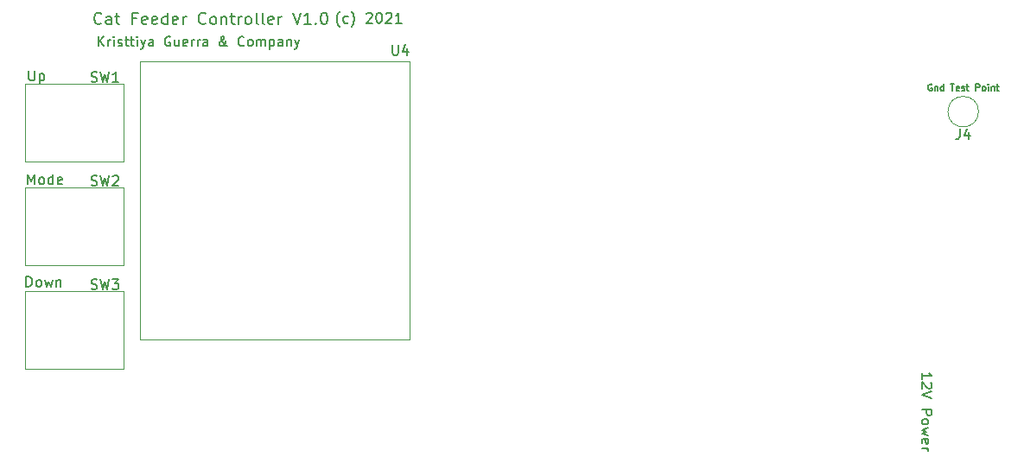
<source format=gbr>
%TF.GenerationSoftware,KiCad,Pcbnew,(5.1.10)-1*%
%TF.CreationDate,2021-10-25T17:57:50-04:00*%
%TF.ProjectId,KittyCaddy,4b697474-7943-4616-9464-792e6b696361,rev?*%
%TF.SameCoordinates,Original*%
%TF.FileFunction,Legend,Top*%
%TF.FilePolarity,Positive*%
%FSLAX46Y46*%
G04 Gerber Fmt 4.6, Leading zero omitted, Abs format (unit mm)*
G04 Created by KiCad (PCBNEW (5.1.10)-1) date 2021-10-25 17:57:50*
%MOMM*%
%LPD*%
G01*
G04 APERTURE LIST*
%ADD10C,0.150000*%
%ADD11C,0.120000*%
G04 APERTURE END LIST*
D10*
X176635833Y-91630500D02*
X176575357Y-91600261D01*
X176484642Y-91600261D01*
X176393928Y-91630500D01*
X176333452Y-91690976D01*
X176303214Y-91751452D01*
X176272976Y-91872404D01*
X176272976Y-91963119D01*
X176303214Y-92084071D01*
X176333452Y-92144547D01*
X176393928Y-92205023D01*
X176484642Y-92235261D01*
X176545119Y-92235261D01*
X176635833Y-92205023D01*
X176666071Y-92174785D01*
X176666071Y-91963119D01*
X176545119Y-91963119D01*
X176938214Y-91811928D02*
X176938214Y-92235261D01*
X176938214Y-91872404D02*
X176968452Y-91842166D01*
X177028928Y-91811928D01*
X177119642Y-91811928D01*
X177180119Y-91842166D01*
X177210357Y-91902642D01*
X177210357Y-92235261D01*
X177784880Y-92235261D02*
X177784880Y-91600261D01*
X177784880Y-92205023D02*
X177724404Y-92235261D01*
X177603452Y-92235261D01*
X177542976Y-92205023D01*
X177512738Y-92174785D01*
X177482500Y-92114309D01*
X177482500Y-91932880D01*
X177512738Y-91872404D01*
X177542976Y-91842166D01*
X177603452Y-91811928D01*
X177724404Y-91811928D01*
X177784880Y-91842166D01*
X178480357Y-91600261D02*
X178843214Y-91600261D01*
X178661785Y-92235261D02*
X178661785Y-91600261D01*
X179296785Y-92205023D02*
X179236309Y-92235261D01*
X179115357Y-92235261D01*
X179054880Y-92205023D01*
X179024642Y-92144547D01*
X179024642Y-91902642D01*
X179054880Y-91842166D01*
X179115357Y-91811928D01*
X179236309Y-91811928D01*
X179296785Y-91842166D01*
X179327023Y-91902642D01*
X179327023Y-91963119D01*
X179024642Y-92023595D01*
X179568928Y-92205023D02*
X179629404Y-92235261D01*
X179750357Y-92235261D01*
X179810833Y-92205023D01*
X179841071Y-92144547D01*
X179841071Y-92114309D01*
X179810833Y-92053833D01*
X179750357Y-92023595D01*
X179659642Y-92023595D01*
X179599166Y-91993357D01*
X179568928Y-91932880D01*
X179568928Y-91902642D01*
X179599166Y-91842166D01*
X179659642Y-91811928D01*
X179750357Y-91811928D01*
X179810833Y-91842166D01*
X180022500Y-91811928D02*
X180264404Y-91811928D01*
X180113214Y-91600261D02*
X180113214Y-92144547D01*
X180143452Y-92205023D01*
X180203928Y-92235261D01*
X180264404Y-92235261D01*
X180959880Y-92235261D02*
X180959880Y-91600261D01*
X181201785Y-91600261D01*
X181262261Y-91630500D01*
X181292500Y-91660738D01*
X181322738Y-91721214D01*
X181322738Y-91811928D01*
X181292500Y-91872404D01*
X181262261Y-91902642D01*
X181201785Y-91932880D01*
X180959880Y-91932880D01*
X181685595Y-92235261D02*
X181625119Y-92205023D01*
X181594880Y-92174785D01*
X181564642Y-92114309D01*
X181564642Y-91932880D01*
X181594880Y-91872404D01*
X181625119Y-91842166D01*
X181685595Y-91811928D01*
X181776309Y-91811928D01*
X181836785Y-91842166D01*
X181867023Y-91872404D01*
X181897261Y-91932880D01*
X181897261Y-92114309D01*
X181867023Y-92174785D01*
X181836785Y-92205023D01*
X181776309Y-92235261D01*
X181685595Y-92235261D01*
X182169404Y-92235261D02*
X182169404Y-91811928D01*
X182169404Y-91600261D02*
X182139166Y-91630500D01*
X182169404Y-91660738D01*
X182199642Y-91630500D01*
X182169404Y-91600261D01*
X182169404Y-91660738D01*
X182471785Y-91811928D02*
X182471785Y-92235261D01*
X182471785Y-91872404D02*
X182502023Y-91842166D01*
X182562500Y-91811928D01*
X182653214Y-91811928D01*
X182713690Y-91842166D01*
X182743928Y-91902642D01*
X182743928Y-92235261D01*
X182955595Y-91811928D02*
X183197500Y-91811928D01*
X183046309Y-91600261D02*
X183046309Y-92144547D01*
X183076547Y-92205023D01*
X183137023Y-92235261D01*
X183197500Y-92235261D01*
X94974228Y-87864647D02*
X94974228Y-86924847D01*
X95511257Y-87864647D02*
X95108485Y-87327619D01*
X95511257Y-86924847D02*
X94974228Y-87461876D01*
X95914028Y-87864647D02*
X95914028Y-87238114D01*
X95914028Y-87417123D02*
X95958780Y-87327619D01*
X96003533Y-87282866D01*
X96093038Y-87238114D01*
X96182542Y-87238114D01*
X96495809Y-87864647D02*
X96495809Y-87238114D01*
X96495809Y-86924847D02*
X96451057Y-86969600D01*
X96495809Y-87014352D01*
X96540561Y-86969600D01*
X96495809Y-86924847D01*
X96495809Y-87014352D01*
X96898580Y-87819895D02*
X96988085Y-87864647D01*
X97167095Y-87864647D01*
X97256600Y-87819895D01*
X97301352Y-87730390D01*
X97301352Y-87685638D01*
X97256600Y-87596133D01*
X97167095Y-87551380D01*
X97032838Y-87551380D01*
X96943333Y-87506628D01*
X96898580Y-87417123D01*
X96898580Y-87372371D01*
X96943333Y-87282866D01*
X97032838Y-87238114D01*
X97167095Y-87238114D01*
X97256600Y-87282866D01*
X97569866Y-87238114D02*
X97927885Y-87238114D01*
X97704123Y-86924847D02*
X97704123Y-87730390D01*
X97748876Y-87819895D01*
X97838380Y-87864647D01*
X97927885Y-87864647D01*
X98106895Y-87238114D02*
X98464914Y-87238114D01*
X98241152Y-86924847D02*
X98241152Y-87730390D01*
X98285904Y-87819895D01*
X98375409Y-87864647D01*
X98464914Y-87864647D01*
X98778180Y-87864647D02*
X98778180Y-87238114D01*
X98778180Y-86924847D02*
X98733428Y-86969600D01*
X98778180Y-87014352D01*
X98822933Y-86969600D01*
X98778180Y-86924847D01*
X98778180Y-87014352D01*
X99136200Y-87238114D02*
X99359961Y-87864647D01*
X99583723Y-87238114D02*
X99359961Y-87864647D01*
X99270457Y-88088409D01*
X99225704Y-88133161D01*
X99136200Y-88177914D01*
X100344514Y-87864647D02*
X100344514Y-87372371D01*
X100299761Y-87282866D01*
X100210257Y-87238114D01*
X100031247Y-87238114D01*
X99941742Y-87282866D01*
X100344514Y-87819895D02*
X100255009Y-87864647D01*
X100031247Y-87864647D01*
X99941742Y-87819895D01*
X99896990Y-87730390D01*
X99896990Y-87640885D01*
X99941742Y-87551380D01*
X100031247Y-87506628D01*
X100255009Y-87506628D01*
X100344514Y-87461876D01*
X102000352Y-86969600D02*
X101910847Y-86924847D01*
X101776590Y-86924847D01*
X101642333Y-86969600D01*
X101552828Y-87059104D01*
X101508076Y-87148609D01*
X101463323Y-87327619D01*
X101463323Y-87461876D01*
X101508076Y-87640885D01*
X101552828Y-87730390D01*
X101642333Y-87819895D01*
X101776590Y-87864647D01*
X101866095Y-87864647D01*
X102000352Y-87819895D01*
X102045104Y-87775142D01*
X102045104Y-87461876D01*
X101866095Y-87461876D01*
X102850647Y-87238114D02*
X102850647Y-87864647D01*
X102447876Y-87238114D02*
X102447876Y-87730390D01*
X102492628Y-87819895D01*
X102582133Y-87864647D01*
X102716390Y-87864647D01*
X102805895Y-87819895D01*
X102850647Y-87775142D01*
X103656190Y-87819895D02*
X103566685Y-87864647D01*
X103387676Y-87864647D01*
X103298171Y-87819895D01*
X103253419Y-87730390D01*
X103253419Y-87372371D01*
X103298171Y-87282866D01*
X103387676Y-87238114D01*
X103566685Y-87238114D01*
X103656190Y-87282866D01*
X103700942Y-87372371D01*
X103700942Y-87461876D01*
X103253419Y-87551380D01*
X104103714Y-87864647D02*
X104103714Y-87238114D01*
X104103714Y-87417123D02*
X104148466Y-87327619D01*
X104193219Y-87282866D01*
X104282723Y-87238114D01*
X104372228Y-87238114D01*
X104685495Y-87864647D02*
X104685495Y-87238114D01*
X104685495Y-87417123D02*
X104730247Y-87327619D01*
X104775000Y-87282866D01*
X104864504Y-87238114D01*
X104954009Y-87238114D01*
X105670047Y-87864647D02*
X105670047Y-87372371D01*
X105625295Y-87282866D01*
X105535790Y-87238114D01*
X105356780Y-87238114D01*
X105267276Y-87282866D01*
X105670047Y-87819895D02*
X105580542Y-87864647D01*
X105356780Y-87864647D01*
X105267276Y-87819895D01*
X105222523Y-87730390D01*
X105222523Y-87640885D01*
X105267276Y-87551380D01*
X105356780Y-87506628D01*
X105580542Y-87506628D01*
X105670047Y-87461876D01*
X107594400Y-87864647D02*
X107549647Y-87864647D01*
X107460142Y-87819895D01*
X107325885Y-87685638D01*
X107102123Y-87417123D01*
X107012619Y-87282866D01*
X106967866Y-87148609D01*
X106967866Y-87059104D01*
X107012619Y-86969600D01*
X107102123Y-86924847D01*
X107146876Y-86924847D01*
X107236380Y-86969600D01*
X107281133Y-87059104D01*
X107281133Y-87103857D01*
X107236380Y-87193361D01*
X107191628Y-87238114D01*
X106923114Y-87417123D01*
X106878361Y-87461876D01*
X106833609Y-87551380D01*
X106833609Y-87685638D01*
X106878361Y-87775142D01*
X106923114Y-87819895D01*
X107012619Y-87864647D01*
X107146876Y-87864647D01*
X107236380Y-87819895D01*
X107281133Y-87775142D01*
X107415390Y-87596133D01*
X107460142Y-87461876D01*
X107460142Y-87372371D01*
X109250238Y-87775142D02*
X109205485Y-87819895D01*
X109071228Y-87864647D01*
X108981723Y-87864647D01*
X108847466Y-87819895D01*
X108757961Y-87730390D01*
X108713209Y-87640885D01*
X108668457Y-87461876D01*
X108668457Y-87327619D01*
X108713209Y-87148609D01*
X108757961Y-87059104D01*
X108847466Y-86969600D01*
X108981723Y-86924847D01*
X109071228Y-86924847D01*
X109205485Y-86969600D01*
X109250238Y-87014352D01*
X109787266Y-87864647D02*
X109697761Y-87819895D01*
X109653009Y-87775142D01*
X109608257Y-87685638D01*
X109608257Y-87417123D01*
X109653009Y-87327619D01*
X109697761Y-87282866D01*
X109787266Y-87238114D01*
X109921523Y-87238114D01*
X110011028Y-87282866D01*
X110055780Y-87327619D01*
X110100533Y-87417123D01*
X110100533Y-87685638D01*
X110055780Y-87775142D01*
X110011028Y-87819895D01*
X109921523Y-87864647D01*
X109787266Y-87864647D01*
X110503304Y-87864647D02*
X110503304Y-87238114D01*
X110503304Y-87327619D02*
X110548057Y-87282866D01*
X110637561Y-87238114D01*
X110771819Y-87238114D01*
X110861323Y-87282866D01*
X110906076Y-87372371D01*
X110906076Y-87864647D01*
X110906076Y-87372371D02*
X110950828Y-87282866D01*
X111040333Y-87238114D01*
X111174590Y-87238114D01*
X111264095Y-87282866D01*
X111308847Y-87372371D01*
X111308847Y-87864647D01*
X111756371Y-87238114D02*
X111756371Y-88177914D01*
X111756371Y-87282866D02*
X111845876Y-87238114D01*
X112024885Y-87238114D01*
X112114390Y-87282866D01*
X112159142Y-87327619D01*
X112203895Y-87417123D01*
X112203895Y-87685638D01*
X112159142Y-87775142D01*
X112114390Y-87819895D01*
X112024885Y-87864647D01*
X111845876Y-87864647D01*
X111756371Y-87819895D01*
X113009438Y-87864647D02*
X113009438Y-87372371D01*
X112964685Y-87282866D01*
X112875180Y-87238114D01*
X112696171Y-87238114D01*
X112606666Y-87282866D01*
X113009438Y-87819895D02*
X112919933Y-87864647D01*
X112696171Y-87864647D01*
X112606666Y-87819895D01*
X112561914Y-87730390D01*
X112561914Y-87640885D01*
X112606666Y-87551380D01*
X112696171Y-87506628D01*
X112919933Y-87506628D01*
X113009438Y-87461876D01*
X113456961Y-87238114D02*
X113456961Y-87864647D01*
X113456961Y-87327619D02*
X113501714Y-87282866D01*
X113591219Y-87238114D01*
X113725476Y-87238114D01*
X113814980Y-87282866D01*
X113859733Y-87372371D01*
X113859733Y-87864647D01*
X114217752Y-87238114D02*
X114441514Y-87864647D01*
X114665276Y-87238114D02*
X114441514Y-87864647D01*
X114352009Y-88088409D01*
X114307257Y-88133161D01*
X114217752Y-88177914D01*
X118618357Y-85986833D02*
X118570738Y-85939214D01*
X118475500Y-85796357D01*
X118427880Y-85701119D01*
X118380261Y-85558261D01*
X118332642Y-85320166D01*
X118332642Y-85129690D01*
X118380261Y-84891595D01*
X118427880Y-84748738D01*
X118475500Y-84653500D01*
X118570738Y-84510642D01*
X118618357Y-84463023D01*
X119427880Y-85558261D02*
X119332642Y-85605880D01*
X119142166Y-85605880D01*
X119046928Y-85558261D01*
X118999309Y-85510642D01*
X118951690Y-85415404D01*
X118951690Y-85129690D01*
X118999309Y-85034452D01*
X119046928Y-84986833D01*
X119142166Y-84939214D01*
X119332642Y-84939214D01*
X119427880Y-84986833D01*
X119761214Y-85986833D02*
X119808833Y-85939214D01*
X119904071Y-85796357D01*
X119951690Y-85701119D01*
X119999309Y-85558261D01*
X120046928Y-85320166D01*
X120046928Y-85129690D01*
X119999309Y-84891595D01*
X119951690Y-84748738D01*
X119904071Y-84653500D01*
X119808833Y-84510642D01*
X119761214Y-84463023D01*
X121237404Y-84701119D02*
X121285023Y-84653500D01*
X121380261Y-84605880D01*
X121618357Y-84605880D01*
X121713595Y-84653500D01*
X121761214Y-84701119D01*
X121808833Y-84796357D01*
X121808833Y-84891595D01*
X121761214Y-85034452D01*
X121189785Y-85605880D01*
X121808833Y-85605880D01*
X122427880Y-84605880D02*
X122523119Y-84605880D01*
X122618357Y-84653500D01*
X122665976Y-84701119D01*
X122713595Y-84796357D01*
X122761214Y-84986833D01*
X122761214Y-85224928D01*
X122713595Y-85415404D01*
X122665976Y-85510642D01*
X122618357Y-85558261D01*
X122523119Y-85605880D01*
X122427880Y-85605880D01*
X122332642Y-85558261D01*
X122285023Y-85510642D01*
X122237404Y-85415404D01*
X122189785Y-85224928D01*
X122189785Y-84986833D01*
X122237404Y-84796357D01*
X122285023Y-84701119D01*
X122332642Y-84653500D01*
X122427880Y-84605880D01*
X123142166Y-84701119D02*
X123189785Y-84653500D01*
X123285023Y-84605880D01*
X123523119Y-84605880D01*
X123618357Y-84653500D01*
X123665976Y-84701119D01*
X123713595Y-84796357D01*
X123713595Y-84891595D01*
X123665976Y-85034452D01*
X123094547Y-85605880D01*
X123713595Y-85605880D01*
X124665976Y-85605880D02*
X124094547Y-85605880D01*
X124380261Y-85605880D02*
X124380261Y-84605880D01*
X124285023Y-84748738D01*
X124189785Y-84843976D01*
X124094547Y-84891595D01*
X95259071Y-85625214D02*
X95204642Y-85679642D01*
X95041357Y-85734071D01*
X94932500Y-85734071D01*
X94769214Y-85679642D01*
X94660357Y-85570785D01*
X94605928Y-85461928D01*
X94551500Y-85244214D01*
X94551500Y-85080928D01*
X94605928Y-84863214D01*
X94660357Y-84754357D01*
X94769214Y-84645500D01*
X94932500Y-84591071D01*
X95041357Y-84591071D01*
X95204642Y-84645500D01*
X95259071Y-84699928D01*
X96238785Y-85734071D02*
X96238785Y-85135357D01*
X96184357Y-85026500D01*
X96075500Y-84972071D01*
X95857785Y-84972071D01*
X95748928Y-85026500D01*
X96238785Y-85679642D02*
X96129928Y-85734071D01*
X95857785Y-85734071D01*
X95748928Y-85679642D01*
X95694500Y-85570785D01*
X95694500Y-85461928D01*
X95748928Y-85353071D01*
X95857785Y-85298642D01*
X96129928Y-85298642D01*
X96238785Y-85244214D01*
X96619785Y-84972071D02*
X97055214Y-84972071D01*
X96783071Y-84591071D02*
X96783071Y-85570785D01*
X96837500Y-85679642D01*
X96946357Y-85734071D01*
X97055214Y-85734071D01*
X98688071Y-85135357D02*
X98307071Y-85135357D01*
X98307071Y-85734071D02*
X98307071Y-84591071D01*
X98851357Y-84591071D01*
X99722214Y-85679642D02*
X99613357Y-85734071D01*
X99395642Y-85734071D01*
X99286785Y-85679642D01*
X99232357Y-85570785D01*
X99232357Y-85135357D01*
X99286785Y-85026500D01*
X99395642Y-84972071D01*
X99613357Y-84972071D01*
X99722214Y-85026500D01*
X99776642Y-85135357D01*
X99776642Y-85244214D01*
X99232357Y-85353071D01*
X100701928Y-85679642D02*
X100593071Y-85734071D01*
X100375357Y-85734071D01*
X100266500Y-85679642D01*
X100212071Y-85570785D01*
X100212071Y-85135357D01*
X100266500Y-85026500D01*
X100375357Y-84972071D01*
X100593071Y-84972071D01*
X100701928Y-85026500D01*
X100756357Y-85135357D01*
X100756357Y-85244214D01*
X100212071Y-85353071D01*
X101736071Y-85734071D02*
X101736071Y-84591071D01*
X101736071Y-85679642D02*
X101627214Y-85734071D01*
X101409500Y-85734071D01*
X101300642Y-85679642D01*
X101246214Y-85625214D01*
X101191785Y-85516357D01*
X101191785Y-85189785D01*
X101246214Y-85080928D01*
X101300642Y-85026500D01*
X101409500Y-84972071D01*
X101627214Y-84972071D01*
X101736071Y-85026500D01*
X102715785Y-85679642D02*
X102606928Y-85734071D01*
X102389214Y-85734071D01*
X102280357Y-85679642D01*
X102225928Y-85570785D01*
X102225928Y-85135357D01*
X102280357Y-85026500D01*
X102389214Y-84972071D01*
X102606928Y-84972071D01*
X102715785Y-85026500D01*
X102770214Y-85135357D01*
X102770214Y-85244214D01*
X102225928Y-85353071D01*
X103260071Y-85734071D02*
X103260071Y-84972071D01*
X103260071Y-85189785D02*
X103314500Y-85080928D01*
X103368928Y-85026500D01*
X103477785Y-84972071D01*
X103586642Y-84972071D01*
X105491642Y-85625214D02*
X105437214Y-85679642D01*
X105273928Y-85734071D01*
X105165071Y-85734071D01*
X105001785Y-85679642D01*
X104892928Y-85570785D01*
X104838500Y-85461928D01*
X104784071Y-85244214D01*
X104784071Y-85080928D01*
X104838500Y-84863214D01*
X104892928Y-84754357D01*
X105001785Y-84645500D01*
X105165071Y-84591071D01*
X105273928Y-84591071D01*
X105437214Y-84645500D01*
X105491642Y-84699928D01*
X106144785Y-85734071D02*
X106035928Y-85679642D01*
X105981500Y-85625214D01*
X105927071Y-85516357D01*
X105927071Y-85189785D01*
X105981500Y-85080928D01*
X106035928Y-85026500D01*
X106144785Y-84972071D01*
X106308071Y-84972071D01*
X106416928Y-85026500D01*
X106471357Y-85080928D01*
X106525785Y-85189785D01*
X106525785Y-85516357D01*
X106471357Y-85625214D01*
X106416928Y-85679642D01*
X106308071Y-85734071D01*
X106144785Y-85734071D01*
X107015642Y-84972071D02*
X107015642Y-85734071D01*
X107015642Y-85080928D02*
X107070071Y-85026500D01*
X107178928Y-84972071D01*
X107342214Y-84972071D01*
X107451071Y-85026500D01*
X107505500Y-85135357D01*
X107505500Y-85734071D01*
X107886500Y-84972071D02*
X108321928Y-84972071D01*
X108049785Y-84591071D02*
X108049785Y-85570785D01*
X108104214Y-85679642D01*
X108213071Y-85734071D01*
X108321928Y-85734071D01*
X108702928Y-85734071D02*
X108702928Y-84972071D01*
X108702928Y-85189785D02*
X108757357Y-85080928D01*
X108811785Y-85026500D01*
X108920642Y-84972071D01*
X109029500Y-84972071D01*
X109573785Y-85734071D02*
X109464928Y-85679642D01*
X109410500Y-85625214D01*
X109356071Y-85516357D01*
X109356071Y-85189785D01*
X109410500Y-85080928D01*
X109464928Y-85026500D01*
X109573785Y-84972071D01*
X109737071Y-84972071D01*
X109845928Y-85026500D01*
X109900357Y-85080928D01*
X109954785Y-85189785D01*
X109954785Y-85516357D01*
X109900357Y-85625214D01*
X109845928Y-85679642D01*
X109737071Y-85734071D01*
X109573785Y-85734071D01*
X110607928Y-85734071D02*
X110499071Y-85679642D01*
X110444642Y-85570785D01*
X110444642Y-84591071D01*
X111206642Y-85734071D02*
X111097785Y-85679642D01*
X111043357Y-85570785D01*
X111043357Y-84591071D01*
X112077500Y-85679642D02*
X111968642Y-85734071D01*
X111750928Y-85734071D01*
X111642071Y-85679642D01*
X111587642Y-85570785D01*
X111587642Y-85135357D01*
X111642071Y-85026500D01*
X111750928Y-84972071D01*
X111968642Y-84972071D01*
X112077500Y-85026500D01*
X112131928Y-85135357D01*
X112131928Y-85244214D01*
X111587642Y-85353071D01*
X112621785Y-85734071D02*
X112621785Y-84972071D01*
X112621785Y-85189785D02*
X112676214Y-85080928D01*
X112730642Y-85026500D01*
X112839500Y-84972071D01*
X112948357Y-84972071D01*
X114036928Y-84591071D02*
X114417928Y-85734071D01*
X114798928Y-84591071D01*
X115778642Y-85734071D02*
X115125500Y-85734071D01*
X115452071Y-85734071D02*
X115452071Y-84591071D01*
X115343214Y-84754357D01*
X115234357Y-84863214D01*
X115125500Y-84917642D01*
X116268500Y-85625214D02*
X116322928Y-85679642D01*
X116268500Y-85734071D01*
X116214071Y-85679642D01*
X116268500Y-85625214D01*
X116268500Y-85734071D01*
X117030500Y-84591071D02*
X117139357Y-84591071D01*
X117248214Y-84645500D01*
X117302642Y-84699928D01*
X117357071Y-84808785D01*
X117411500Y-85026500D01*
X117411500Y-85298642D01*
X117357071Y-85516357D01*
X117302642Y-85625214D01*
X117248214Y-85679642D01*
X117139357Y-85734071D01*
X117030500Y-85734071D01*
X116921642Y-85679642D01*
X116867214Y-85625214D01*
X116812785Y-85516357D01*
X116758357Y-85298642D01*
X116758357Y-85026500D01*
X116812785Y-84808785D01*
X116867214Y-84699928D01*
X116921642Y-84645500D01*
X117030500Y-84591071D01*
X87908023Y-111450380D02*
X87908023Y-110450380D01*
X88146119Y-110450380D01*
X88288976Y-110498000D01*
X88384214Y-110593238D01*
X88431833Y-110688476D01*
X88479452Y-110878952D01*
X88479452Y-111021809D01*
X88431833Y-111212285D01*
X88384214Y-111307523D01*
X88288976Y-111402761D01*
X88146119Y-111450380D01*
X87908023Y-111450380D01*
X89050880Y-111450380D02*
X88955642Y-111402761D01*
X88908023Y-111355142D01*
X88860404Y-111259904D01*
X88860404Y-110974190D01*
X88908023Y-110878952D01*
X88955642Y-110831333D01*
X89050880Y-110783714D01*
X89193738Y-110783714D01*
X89288976Y-110831333D01*
X89336595Y-110878952D01*
X89384214Y-110974190D01*
X89384214Y-111259904D01*
X89336595Y-111355142D01*
X89288976Y-111402761D01*
X89193738Y-111450380D01*
X89050880Y-111450380D01*
X89717547Y-110783714D02*
X89908023Y-111450380D01*
X90098500Y-110974190D01*
X90288976Y-111450380D01*
X90479452Y-110783714D01*
X90860404Y-110783714D02*
X90860404Y-111450380D01*
X90860404Y-110878952D02*
X90908023Y-110831333D01*
X91003261Y-110783714D01*
X91146119Y-110783714D01*
X91241357Y-110831333D01*
X91288976Y-110926571D01*
X91288976Y-111450380D01*
X88161904Y-90257380D02*
X88161904Y-91066904D01*
X88209523Y-91162142D01*
X88257142Y-91209761D01*
X88352380Y-91257380D01*
X88542857Y-91257380D01*
X88638095Y-91209761D01*
X88685714Y-91162142D01*
X88733333Y-91066904D01*
X88733333Y-90257380D01*
X89209523Y-90590714D02*
X89209523Y-91590714D01*
X89209523Y-90638333D02*
X89304761Y-90590714D01*
X89495238Y-90590714D01*
X89590476Y-90638333D01*
X89638095Y-90685952D01*
X89685714Y-90781190D01*
X89685714Y-91066904D01*
X89638095Y-91162142D01*
X89590476Y-91209761D01*
X89495238Y-91257380D01*
X89304761Y-91257380D01*
X89209523Y-91209761D01*
X88058833Y-101417380D02*
X88058833Y-100417380D01*
X88392166Y-101131666D01*
X88725500Y-100417380D01*
X88725500Y-101417380D01*
X89344547Y-101417380D02*
X89249309Y-101369761D01*
X89201690Y-101322142D01*
X89154071Y-101226904D01*
X89154071Y-100941190D01*
X89201690Y-100845952D01*
X89249309Y-100798333D01*
X89344547Y-100750714D01*
X89487404Y-100750714D01*
X89582642Y-100798333D01*
X89630261Y-100845952D01*
X89677880Y-100941190D01*
X89677880Y-101226904D01*
X89630261Y-101322142D01*
X89582642Y-101369761D01*
X89487404Y-101417380D01*
X89344547Y-101417380D01*
X90535023Y-101417380D02*
X90535023Y-100417380D01*
X90535023Y-101369761D02*
X90439785Y-101417380D01*
X90249309Y-101417380D01*
X90154071Y-101369761D01*
X90106452Y-101322142D01*
X90058833Y-101226904D01*
X90058833Y-100941190D01*
X90106452Y-100845952D01*
X90154071Y-100798333D01*
X90249309Y-100750714D01*
X90439785Y-100750714D01*
X90535023Y-100798333D01*
X91392166Y-101369761D02*
X91296928Y-101417380D01*
X91106452Y-101417380D01*
X91011214Y-101369761D01*
X90963595Y-101274523D01*
X90963595Y-100893571D01*
X91011214Y-100798333D01*
X91106452Y-100750714D01*
X91296928Y-100750714D01*
X91392166Y-100798333D01*
X91439785Y-100893571D01*
X91439785Y-100988809D01*
X90963595Y-101084047D01*
X175633119Y-120483714D02*
X175633119Y-119912285D01*
X175633119Y-120198000D02*
X176633119Y-120198000D01*
X176490261Y-120102761D01*
X176395023Y-120007523D01*
X176347404Y-119912285D01*
X176537880Y-120864666D02*
X176585500Y-120912285D01*
X176633119Y-121007523D01*
X176633119Y-121245619D01*
X176585500Y-121340857D01*
X176537880Y-121388476D01*
X176442642Y-121436095D01*
X176347404Y-121436095D01*
X176204547Y-121388476D01*
X175633119Y-120817047D01*
X175633119Y-121436095D01*
X176633119Y-121721809D02*
X175633119Y-122055142D01*
X176633119Y-122388476D01*
X175633119Y-123483714D02*
X176633119Y-123483714D01*
X176633119Y-123864666D01*
X176585500Y-123959904D01*
X176537880Y-124007523D01*
X176442642Y-124055142D01*
X176299785Y-124055142D01*
X176204547Y-124007523D01*
X176156928Y-123959904D01*
X176109309Y-123864666D01*
X176109309Y-123483714D01*
X175633119Y-124626571D02*
X175680738Y-124531333D01*
X175728357Y-124483714D01*
X175823595Y-124436095D01*
X176109309Y-124436095D01*
X176204547Y-124483714D01*
X176252166Y-124531333D01*
X176299785Y-124626571D01*
X176299785Y-124769428D01*
X176252166Y-124864666D01*
X176204547Y-124912285D01*
X176109309Y-124959904D01*
X175823595Y-124959904D01*
X175728357Y-124912285D01*
X175680738Y-124864666D01*
X175633119Y-124769428D01*
X175633119Y-124626571D01*
X176299785Y-125293238D02*
X175633119Y-125483714D01*
X176109309Y-125674190D01*
X175633119Y-125864666D01*
X176299785Y-126055142D01*
X175680738Y-126817047D02*
X175633119Y-126721809D01*
X175633119Y-126531333D01*
X175680738Y-126436095D01*
X175775976Y-126388476D01*
X176156928Y-126388476D01*
X176252166Y-126436095D01*
X176299785Y-126531333D01*
X176299785Y-126721809D01*
X176252166Y-126817047D01*
X176156928Y-126864666D01*
X176061690Y-126864666D01*
X175966452Y-126388476D01*
X175633119Y-127293238D02*
X176299785Y-127293238D01*
X176109309Y-127293238D02*
X176204547Y-127340857D01*
X176252166Y-127388476D01*
X176299785Y-127483714D01*
X176299785Y-127578952D01*
D11*
%TO.C,U4*%
X99034600Y-116662200D02*
X125476000Y-116662200D01*
X99034600Y-89357200D02*
X99034600Y-116662200D01*
X101981000Y-89357200D02*
X99034600Y-89357200D01*
X105029000Y-89357200D02*
X101981000Y-89357200D01*
X107645200Y-89357200D02*
X105029000Y-89357200D01*
X109651800Y-89357200D02*
X107645200Y-89357200D01*
X111556800Y-89357200D02*
X109651800Y-89357200D01*
X114071400Y-89357200D02*
X111556800Y-89357200D01*
X117424200Y-89357200D02*
X114071400Y-89357200D01*
X119786400Y-89357200D02*
X117424200Y-89357200D01*
X121615200Y-89357200D02*
X119786400Y-89357200D01*
X124079000Y-89357200D02*
X121615200Y-89357200D01*
X125476000Y-89357200D02*
X125476000Y-116662200D01*
X124079000Y-89357200D02*
X125476000Y-89357200D01*
%TO.C,SW1*%
X87782400Y-99212400D02*
X87782400Y-91592400D01*
X97434400Y-99212400D02*
X87782400Y-99212400D01*
X97434400Y-91592400D02*
X97434400Y-99212400D01*
X87782400Y-91592400D02*
X97434400Y-91592400D01*
%TO.C,SW2*%
X87782400Y-109372400D02*
X87782400Y-101752400D01*
X97434400Y-109372400D02*
X87782400Y-109372400D01*
X97434400Y-101752400D02*
X97434400Y-109372400D01*
X87782400Y-101752400D02*
X97434400Y-101752400D01*
%TO.C,SW3*%
X87782400Y-119532400D02*
X87782400Y-111912400D01*
X97434400Y-119532400D02*
X87782400Y-119532400D01*
X97434400Y-111912400D02*
X97434400Y-119532400D01*
X87782400Y-111912400D02*
X97434400Y-111912400D01*
%TO.C,J4*%
X181205833Y-94297500D02*
G75*
G03*
X181205833Y-94297500I-1500833J0D01*
G01*
%TO.C,U4*%
D10*
X123774295Y-87742780D02*
X123774295Y-88552304D01*
X123821914Y-88647542D01*
X123869533Y-88695161D01*
X123964771Y-88742780D01*
X124155247Y-88742780D01*
X124250485Y-88695161D01*
X124298104Y-88647542D01*
X124345723Y-88552304D01*
X124345723Y-87742780D01*
X125250485Y-88076114D02*
X125250485Y-88742780D01*
X125012390Y-87695161D02*
X124774295Y-88409447D01*
X125393342Y-88409447D01*
%TO.C,SW1*%
X94272266Y-91336761D02*
X94415123Y-91384380D01*
X94653219Y-91384380D01*
X94748457Y-91336761D01*
X94796076Y-91289142D01*
X94843695Y-91193904D01*
X94843695Y-91098666D01*
X94796076Y-91003428D01*
X94748457Y-90955809D01*
X94653219Y-90908190D01*
X94462742Y-90860571D01*
X94367504Y-90812952D01*
X94319885Y-90765333D01*
X94272266Y-90670095D01*
X94272266Y-90574857D01*
X94319885Y-90479619D01*
X94367504Y-90432000D01*
X94462742Y-90384380D01*
X94700838Y-90384380D01*
X94843695Y-90432000D01*
X95177028Y-90384380D02*
X95415123Y-91384380D01*
X95605600Y-90670095D01*
X95796076Y-91384380D01*
X96034171Y-90384380D01*
X96938933Y-91384380D02*
X96367504Y-91384380D01*
X96653219Y-91384380D02*
X96653219Y-90384380D01*
X96557980Y-90527238D01*
X96462742Y-90622476D01*
X96367504Y-90670095D01*
%TO.C,SW2*%
X94272266Y-101496761D02*
X94415123Y-101544380D01*
X94653219Y-101544380D01*
X94748457Y-101496761D01*
X94796076Y-101449142D01*
X94843695Y-101353904D01*
X94843695Y-101258666D01*
X94796076Y-101163428D01*
X94748457Y-101115809D01*
X94653219Y-101068190D01*
X94462742Y-101020571D01*
X94367504Y-100972952D01*
X94319885Y-100925333D01*
X94272266Y-100830095D01*
X94272266Y-100734857D01*
X94319885Y-100639619D01*
X94367504Y-100592000D01*
X94462742Y-100544380D01*
X94700838Y-100544380D01*
X94843695Y-100592000D01*
X95177028Y-100544380D02*
X95415123Y-101544380D01*
X95605600Y-100830095D01*
X95796076Y-101544380D01*
X96034171Y-100544380D01*
X96367504Y-100639619D02*
X96415123Y-100592000D01*
X96510361Y-100544380D01*
X96748457Y-100544380D01*
X96843695Y-100592000D01*
X96891314Y-100639619D01*
X96938933Y-100734857D01*
X96938933Y-100830095D01*
X96891314Y-100972952D01*
X96319885Y-101544380D01*
X96938933Y-101544380D01*
%TO.C,SW3*%
X94272266Y-111656761D02*
X94415123Y-111704380D01*
X94653219Y-111704380D01*
X94748457Y-111656761D01*
X94796076Y-111609142D01*
X94843695Y-111513904D01*
X94843695Y-111418666D01*
X94796076Y-111323428D01*
X94748457Y-111275809D01*
X94653219Y-111228190D01*
X94462742Y-111180571D01*
X94367504Y-111132952D01*
X94319885Y-111085333D01*
X94272266Y-110990095D01*
X94272266Y-110894857D01*
X94319885Y-110799619D01*
X94367504Y-110752000D01*
X94462742Y-110704380D01*
X94700838Y-110704380D01*
X94843695Y-110752000D01*
X95177028Y-110704380D02*
X95415123Y-111704380D01*
X95605600Y-110990095D01*
X95796076Y-111704380D01*
X96034171Y-110704380D01*
X96319885Y-110704380D02*
X96938933Y-110704380D01*
X96605600Y-111085333D01*
X96748457Y-111085333D01*
X96843695Y-111132952D01*
X96891314Y-111180571D01*
X96938933Y-111275809D01*
X96938933Y-111513904D01*
X96891314Y-111609142D01*
X96843695Y-111656761D01*
X96748457Y-111704380D01*
X96462742Y-111704380D01*
X96367504Y-111656761D01*
X96319885Y-111609142D01*
%TO.C,J4*%
X179371666Y-95999880D02*
X179371666Y-96714166D01*
X179324047Y-96857023D01*
X179228809Y-96952261D01*
X179085952Y-96999880D01*
X178990714Y-96999880D01*
X180276428Y-96333214D02*
X180276428Y-96999880D01*
X180038333Y-95952261D02*
X179800238Y-96666547D01*
X180419285Y-96666547D01*
%TD*%
M02*

</source>
